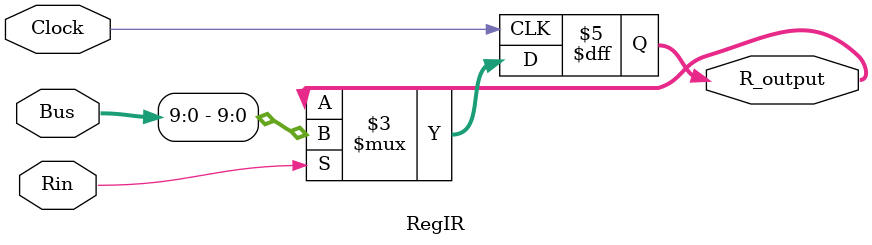
<source format=v>
module pratica2(
	input PClock,
	input ResetIn,
	input Run,
	output [15:0] bus,
	output [15:0] Reg0,
	output [15:0] Reg1,
	output [15:0] Reg2,
	output [15:0] Reg3,
	output [15:0] Reg4,
	output [15:0] Reg5,
	output [15:0] Reg6,
	output [15:0] Reg7
);

wire done;

wire [4:0] index;
wire [15:0] DIN;

CounterPC PC (done,ResetIn, index);
romLPM2 Memoria (index,~done,DIN);
proc processador(PClock,DIN,ResetIn,Reg0,Reg1,Reg2,Reg3,Reg4,Reg5,Reg6,Reg7, bus, done);

endmodule


module CounterPC(
    input Clock,
    input Clear,            //Habilita a execução do Counter.
    output reg [4:0]Counter //Contador para que não ocorra sobreposição de instruções.
);
	
	initial begin
		Counter = 5'b00000;
	end
	
    always @(posedge Clock) begin   //Em cada ciclo de clock:
        if(Clear)   //Se o sistema for reiniciado ou atingir o número máximo de ciclos de clock Counter recebe 0.
            Counter <= 3'b00000;
        else    //Caso não, incrementa Counter em 1.
            Counter <= Counter + 3'b00001;
    end
endmodule

module proc(
	input Clock,
	input [15:0]DIN,
	input Reset, //Reinicia o sistema.
	output [15:0] R0_output,
	output [15:0] R1_output,
	output [15:0] R2_output, 
	output [15:0] R3_output,
	output [15:0] R4_output,
	output [15:0] R5_output, 
	output [15:0] R6_output,
	output [15:0] R7_output,
	output reg[15:0] BusWires,
	output Done     //Informa o fim da instrução.
); 
	wire [2:0]Counter;
	wire [15:0]A_output, W_output, RNin;
	wire [9:0]IR_output;
	wire [10:0]IRin;
	wire incr_pc;
	wire [7:0]RNout;
	wire Ain, Gin, Gout, DINout; 
	wire [2:0]ALUop;
	//Saída dos registradores R0 a R7.
	wire [15:0] G_output, ALU_output;
	 
	wire Clear = Done | Reset;
  
    //Unidade Counter
	Counter C(Clock, Clear, Counter);
    
	wire [7:0]XXX, YYY;
	RegUpcode X(DIN[5:3], XXX);
   RegUpcode Y(DIN[2:0], YYY); 
   
	ControlUnit CU(IR_output, Counter, XXX, YYY, G_output, IRin, RNout, RNin, incr_pc, Ain, Gin, Gout, DINout, ALUop, /*ADDRin, RAMout, DOUTin, W_D,*/ Done);
	 	  
	ALU alu(A_output, BusWires, ALUop,ALU_output);
	 	 
    //Registradores
	RegN G(Clock, Gin, ALU_output, G_output);
	Reg0 R0(Clock, RNin[0], BusWires, R0_output);
	Reg1 R1(Clock, RNin[1], BusWires, R1_output);
	Reg2 R2(Clock, RNin[2], BusWires, R2_output);
	RegN R3(Clock, RNin[3], BusWires, R3_output);
	RegN R4(Clock, RNin[4], BusWires, R4_output);
	RegN R5(Clock, RNin[5], BusWires, R5_output);
	RegN R6(Clock, RNin[6], BusWires, R6_output);
	RegN R7(Clock, RNin[7], BusWires, R7_output);
	RegN A(Clock, Ain, BusWires, A_output);

	RegIR IR(Clock, IRin, DIN, IR_output);
     
	 
   // Multiplexers M(MUXop, DIN, RNout, Gout, DINout, G_output, R0_output, R1_output,R2_output, R3_output, R4_output, R5_output, R6_output, R7_output, BusWires);
	always @(RNout, Gout, DINout) begin
			  case({RNout,Gout,DINout})
					10'b0000000001: BusWires <= DIN;
					10'b0000000010: BusWires <= G_output;
					10'b0000000100: BusWires <= R0_output;
					10'b0000001000: BusWires <= R1_output;
					10'b0000010000: BusWires <= R2_output;
					10'b0000100000: BusWires <= R3_output;
					10'b0001000000: BusWires <= R4_output;
					10'b0010000000: BusWires <= R5_output;
					10'b0100000000: BusWires <= R6_output;
					10'b1000000000: BusWires = R7_output;
			  endcase     
    end
    
endmodule

//Modulo que converte um número binário de 3 bits para um número decimal.
module RegUpcode(	
   input [2:0] reg_input,
   output reg[7:0]reg_output
);

	always @(reg_input) begin
		case (reg_input)
			3'b000: reg_output = 8'b00000001;
			3'b001: reg_output = 8'b00000010;
			3'b010: reg_output = 8'b00000100;
			3'b011: reg_output = 8'b00001000;
			3'b100: reg_output = 8'b00010000;
			3'b101: reg_output = 8'b00100000;
			3'b110: reg_output = 8'b01000000;
			3'b111: reg_output = 8'b10000000;
		endcase
	end
endmodule


module ControlUnit(
	input [9:0]IR,          //Define a instrução executada.
	input [2:0]Counter,     //Contador para que não ocorra sobreposição de instruções.
	input [7:0]XXX,         //Define o reg XXX da instrução.
	input [7:0]YYY,         //Define o reg XXX da instrução.    
	input [15:0] G_output,         //Define a saída de G.    
	output reg [10:0]IRin,  //Habilita a escrita em IR.    
	output reg [7:0]RNout,  //Define se a saída dos reg R0 a R7 seram utilizados.
	output reg [7:0]RNin,   //Habilita a escrita de dados nos reg R0 a R7.
	output reg incr_pc,     //Habilita a escrita no reg R7: incremento do PC.    
	output reg Ain,         //Habilita o uso do registrador A. 
	output reg Gin,         //Habilita o uso do registrador G.
	output reg Gout,
	output reg DINout,      //Define se a próxima IR será uma instrução ou dado da chamada imediata.    
	output reg[2:0]ALUOp,   //Define a operação da ULA.    
	output reg Done     	 //Informa o término da instrução.
);  
    
	wire[2:0] ADD = 3'b000, SUB = 3'b001, OR = 3'b010, SLT = 3'b011, SLL = 3'b100, SRL = 3'b101, MV = 3'b110, MVI = 3'b111; 

	always @(Counter or IR or XXX or YYY) begin
    //Especificação de valores para todo início de execução de instrução.
	 IRin = 1'b0;
	 RNout[7:0] = 8'b00000000;
	 RNin[7:0] = 8'b00000000;
	 DINout = 1'b0;
	 Ain = 1'b0;
	 Gin = 1'b0;
	 Gout = 1'b0;
	 incr_pc = 1'b0;
	 Done = 1'b0;
	 
		case (Counter)
			3'b000: begin
				IRin = 1'b1;    //Habilita a escrita em IR.
			end
			3'b001: begin
				case (IR[8:6]) 
					ADD, SUB, OR, SLT: begin  //Instrução add, sub, OR, slt.
						RNout = XXX;    //Define o registrador de leitura XXX.
						Ain = 1'b1;     //Habilita a escrita no reg A.
					end
					SLL: begin //Instrução sll.
						RNout = XXX;    //Define o registrador de leitura XXX.
						Ain = 1'b1;     //Habilita a escrita no reg A.
						ALUOp = 3'b011; //Define a operação de sll na ULA.
					end
					SRL: begin  //Instrução srl.
						RNout = XXX;    //Define o registrador de leitura XXX.
						Ain = 1'b1;     //Habilita a escrita no reg A.
						ALUOp = 3'b111; //Define a operação de srl na ULA.
					end
               MV: begin //Instrução mv: XXX recebe o dado contido em YYY.
                  RNout = YYY;
                  RNin = XXX;     //Habilita a escrita no reg XXX.
               end		  
				endcase
			end
			3'b010: begin
				case (IR[8:6])
					ADD: begin  //Instrução add.
						RNout = YYY;    //Define o registrador de leitura YYY.
						Gin = 1'b1;     //Habilita a escrita no reg G.
						ALUOp = 3'b000; //Define a operação de add na ULA.						
					end 
					SUB: begin   //Instrução sub.
						RNout = YYY;    //Define o registrador de leitura YYY.
						Gin = 1'b1;     //Habilita a escrita no reg G.
						ALUOp = 3'b001; //Define a operação de sub na ULA.
					end
					OR: begin  //Instrução OR.
						RNout = YYY;    //Define o registrador de leitura YYY.
						Gin = 1'b1;     //Habilita a escrita no reg G.
						ALUOp = 3'b010; //Define a operação de OR na ULA.
					end
					SLT: begin  //Instrução slt.
						RNout = YYY;    //Define o registrador de leitura YYY.
						Gin = 1'b1;     //Habilita a escrita no reg G.
						ALUOp = 3'b101; //Define a operação de slt na ULA.
					end
					SLL, SRL: begin //Instrução sll e srl.
						Gin = 1'b1;
						RNout = YYY;
               end
					MV: begin
						Done = 1'b1;    //Define o término da instrução.
					end
					MVI: begin
						RNin = XXX;     //Habilita a escrita no reg XXX.
						DINout = 1'b1;
					end
				endcase
			end
			3'b011: begin		
				case (IR[8:6]) 
					ADD, SUB, OR, SLT: begin    //Instrução add, sub, OR, slt.
						Gout = 1'b1;    //Define que o dado de escrita é da saída da ULA.
						RNin = XXX;     //Habilita a escrita no reg XXX.
						Done = 1'b1;    //Define o término da instrução.
					end
					SRL, SLL: begin						
						Gout = 1'b1;    //Define que o dado de escrita é da saída da ULA.
						RNin = XXX;
						Done = 1'b1;    //Define o término da instrução.
					end
					MVI: begin
						Done = 1'b1;    //Define o término da instrução.
					end
				endcase
			end
       endcase        
    end //end always
endmodule

module ALU(
    input [15:0]A,
    input [15:0]Bus, 
    input [2:0] ALUop,
    output reg [15:0]ALU_output
);
    always @(ALUop, Bus, A) begin
        case(ALUop)
            3'b000: ALU_output <= A + Bus;      //Add.
            3'b001: ALU_output <= A - Bus;      //Sub.
            3'b010: ALU_output <= (A | Bus);     //OR
            3'b101: ALU_output <= A < Bus ? 1 : 0; //slt
            3'b011: ALU_output <= A << Bus;    //SLL.
            3'b111: ALU_output <= A >> Bus;    //SLR
        endcase  
		end  
endmodule

module Counter(
    input Clock,
    input Clear,            //Habilita a execução do Counter.
    output reg [2:0]Counter //Contador para que não ocorra sobreposição de instruções.
);
    always @(posedge Clock) begin   //Em cada ciclo de clock:
        if(Clear)   //Se o sistema for reiniciado ou atingir o número máximo de ciclos de clock Counter recebe 0.
            Counter <= 3'b000;
        else    //Caso não, incrementa Counter em 1.
            Counter <= Counter + 3'b001;
    end
endmodule

module RegN(
    input Clock,
    input Rin,  //Habilita a escrita de dados no reg RN.
    input [15:0]Bus,    //Dado de escrita em RN.
    output reg[15:0]R_output  //Dado de saída de RN.
);  
	initial begin
		R_output = 16'b0000_0000_0000_0000;
	end
	
	always @(posedge Clock) begin
			if(Rin) begin
				R_output = Bus;
			end
    end
endmodule

module Reg0(
    input Clock,
    input Rin,  //Habilita a escrita de dados no reg RN.
    input [15:0]Bus,    //Dado de escrita em RN.
    output reg[15:0]R_output  //Dado de saída de RN.
);  
	initial begin
		R_output = 16'b0000_0000_0000_0010;
	end
	
	always @(posedge Clock) begin
			if(Rin) begin
				R_output = Bus;
			end
    end
endmodule

module Reg1(
    input Clock,
    input Rin,  //Habilita a escrita de dados no reg RN.
    input [15:0]Bus,    //Dado de escrita em RN.
    output reg[15:0]R_output  //Dado de saída de RN.
);  
	initial begin
		R_output = 16'b0000_0000_0000_0011;
	end
	
	always @(posedge Clock) begin
			if(Rin) begin
				R_output = Bus;
			end
    end
endmodule

module Reg2(
    input Clock,
    input Rin,  //Habilita a escrita de dados no reg RN.
    input [15:0]Bus,    //Dado de escrita em RN.
    output reg[15:0]R_output  //Dado de saída de RN.
);  
	initial begin
		R_output = 16'b0000_0000_0000_0110;
	end
	
	always @(posedge Clock) begin
			if(Rin) begin
				R_output = Bus;
			end
    end
endmodule

module RegIR(
    input Clock,
    input Rin, 						//Habilita a escrita de dados no reg IR.
    input [15:0]Bus,    			//Dado de escrita em IR.
    output reg [9:0]R_output   	//Dado de saída de IR.
);
    always @(posedge Clock) begin
        if(Rin) begin
				R_output = Bus[9:0];
			end
    end
endmodule




</source>
